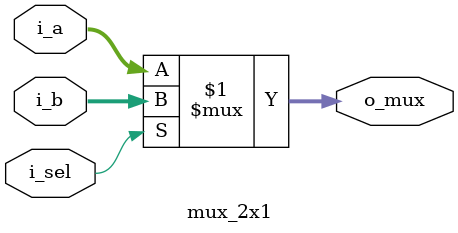
<source format=v>
module mux_2x1 #(parameter DATA_WIDTH = 32) (
    input  wire                    i_sel,   // Select signal
    input  wire [DATA_WIDTH-1:0]   i_a,     // Input A
    input  wire [DATA_WIDTH-1:0]   i_b,     // Input B
    output wire [DATA_WIDTH-1:0]   o_mux    // Output
);

    // Multiplexer logic
    assign o_mux = (i_sel) ? i_b : i_a;

endmodule

</source>
